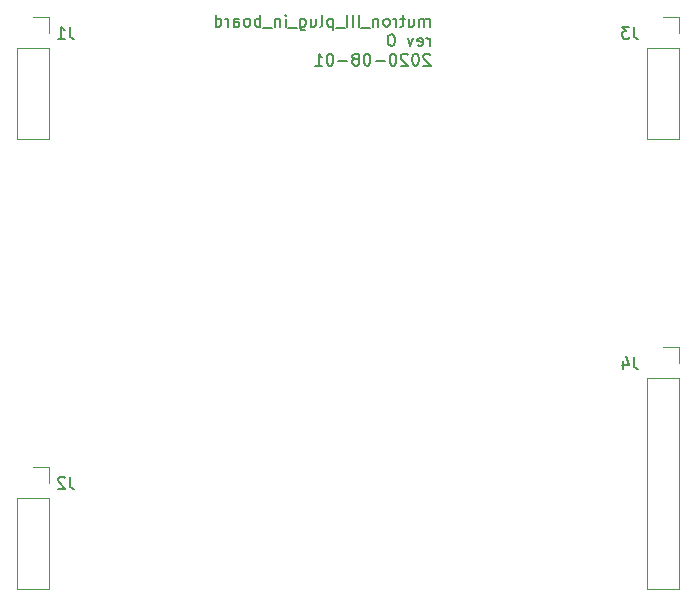
<source format=gbr>
G04 #@! TF.GenerationSoftware,KiCad,Pcbnew,5.1.6-c6e7f7d~87~ubuntu18.04.1*
G04 #@! TF.CreationDate,2020-08-01T20:03:32-04:00*
G04 #@! TF.ProjectId,mutron_III_plug_in_board,6d757472-6f6e-45f4-9949-495f706c7567,rev?*
G04 #@! TF.SameCoordinates,Original*
G04 #@! TF.FileFunction,Legend,Bot*
G04 #@! TF.FilePolarity,Positive*
%FSLAX46Y46*%
G04 Gerber Fmt 4.6, Leading zero omitted, Abs format (unit mm)*
G04 Created by KiCad (PCBNEW 5.1.6-c6e7f7d~87~ubuntu18.04.1) date 2020-08-01 20:03:32*
%MOMM*%
%LPD*%
G01*
G04 APERTURE LIST*
%ADD10C,0.150000*%
%ADD11C,0.120000*%
G04 APERTURE END LIST*
D10*
X137713404Y-52777380D02*
X137713404Y-52110714D01*
X137713404Y-52205952D02*
X137665785Y-52158333D01*
X137570547Y-52110714D01*
X137427690Y-52110714D01*
X137332452Y-52158333D01*
X137284833Y-52253571D01*
X137284833Y-52777380D01*
X137284833Y-52253571D02*
X137237214Y-52158333D01*
X137141976Y-52110714D01*
X136999119Y-52110714D01*
X136903880Y-52158333D01*
X136856261Y-52253571D01*
X136856261Y-52777380D01*
X135951500Y-52110714D02*
X135951500Y-52777380D01*
X136380071Y-52110714D02*
X136380071Y-52634523D01*
X136332452Y-52729761D01*
X136237214Y-52777380D01*
X136094357Y-52777380D01*
X135999119Y-52729761D01*
X135951500Y-52682142D01*
X135618166Y-52110714D02*
X135237214Y-52110714D01*
X135475309Y-51777380D02*
X135475309Y-52634523D01*
X135427690Y-52729761D01*
X135332452Y-52777380D01*
X135237214Y-52777380D01*
X134903880Y-52777380D02*
X134903880Y-52110714D01*
X134903880Y-52301190D02*
X134856261Y-52205952D01*
X134808642Y-52158333D01*
X134713404Y-52110714D01*
X134618166Y-52110714D01*
X134141976Y-52777380D02*
X134237214Y-52729761D01*
X134284833Y-52682142D01*
X134332452Y-52586904D01*
X134332452Y-52301190D01*
X134284833Y-52205952D01*
X134237214Y-52158333D01*
X134141976Y-52110714D01*
X133999119Y-52110714D01*
X133903880Y-52158333D01*
X133856261Y-52205952D01*
X133808642Y-52301190D01*
X133808642Y-52586904D01*
X133856261Y-52682142D01*
X133903880Y-52729761D01*
X133999119Y-52777380D01*
X134141976Y-52777380D01*
X133380071Y-52110714D02*
X133380071Y-52777380D01*
X133380071Y-52205952D02*
X133332452Y-52158333D01*
X133237214Y-52110714D01*
X133094357Y-52110714D01*
X132999119Y-52158333D01*
X132951500Y-52253571D01*
X132951500Y-52777380D01*
X132713404Y-52872619D02*
X131951500Y-52872619D01*
X131713404Y-52777380D02*
X131713404Y-51777380D01*
X131237214Y-52777380D02*
X131237214Y-51777380D01*
X130761023Y-52777380D02*
X130761023Y-51777380D01*
X130522928Y-52872619D02*
X129761023Y-52872619D01*
X129522928Y-52110714D02*
X129522928Y-53110714D01*
X129522928Y-52158333D02*
X129427690Y-52110714D01*
X129237214Y-52110714D01*
X129141976Y-52158333D01*
X129094357Y-52205952D01*
X129046738Y-52301190D01*
X129046738Y-52586904D01*
X129094357Y-52682142D01*
X129141976Y-52729761D01*
X129237214Y-52777380D01*
X129427690Y-52777380D01*
X129522928Y-52729761D01*
X128475309Y-52777380D02*
X128570547Y-52729761D01*
X128618166Y-52634523D01*
X128618166Y-51777380D01*
X127665785Y-52110714D02*
X127665785Y-52777380D01*
X128094357Y-52110714D02*
X128094357Y-52634523D01*
X128046738Y-52729761D01*
X127951500Y-52777380D01*
X127808642Y-52777380D01*
X127713404Y-52729761D01*
X127665785Y-52682142D01*
X126761023Y-52110714D02*
X126761023Y-52920238D01*
X126808642Y-53015476D01*
X126856261Y-53063095D01*
X126951500Y-53110714D01*
X127094357Y-53110714D01*
X127189595Y-53063095D01*
X126761023Y-52729761D02*
X126856261Y-52777380D01*
X127046738Y-52777380D01*
X127141976Y-52729761D01*
X127189595Y-52682142D01*
X127237214Y-52586904D01*
X127237214Y-52301190D01*
X127189595Y-52205952D01*
X127141976Y-52158333D01*
X127046738Y-52110714D01*
X126856261Y-52110714D01*
X126761023Y-52158333D01*
X126522928Y-52872619D02*
X125761023Y-52872619D01*
X125522928Y-52777380D02*
X125522928Y-52110714D01*
X125522928Y-51777380D02*
X125570547Y-51825000D01*
X125522928Y-51872619D01*
X125475309Y-51825000D01*
X125522928Y-51777380D01*
X125522928Y-51872619D01*
X125046738Y-52110714D02*
X125046738Y-52777380D01*
X125046738Y-52205952D02*
X124999119Y-52158333D01*
X124903880Y-52110714D01*
X124761023Y-52110714D01*
X124665785Y-52158333D01*
X124618166Y-52253571D01*
X124618166Y-52777380D01*
X124380071Y-52872619D02*
X123618166Y-52872619D01*
X123380071Y-52777380D02*
X123380071Y-51777380D01*
X123380071Y-52158333D02*
X123284833Y-52110714D01*
X123094357Y-52110714D01*
X122999119Y-52158333D01*
X122951500Y-52205952D01*
X122903880Y-52301190D01*
X122903880Y-52586904D01*
X122951500Y-52682142D01*
X122999119Y-52729761D01*
X123094357Y-52777380D01*
X123284833Y-52777380D01*
X123380071Y-52729761D01*
X122332452Y-52777380D02*
X122427690Y-52729761D01*
X122475309Y-52682142D01*
X122522928Y-52586904D01*
X122522928Y-52301190D01*
X122475309Y-52205952D01*
X122427690Y-52158333D01*
X122332452Y-52110714D01*
X122189595Y-52110714D01*
X122094357Y-52158333D01*
X122046738Y-52205952D01*
X121999119Y-52301190D01*
X121999119Y-52586904D01*
X122046738Y-52682142D01*
X122094357Y-52729761D01*
X122189595Y-52777380D01*
X122332452Y-52777380D01*
X121141976Y-52777380D02*
X121141976Y-52253571D01*
X121189595Y-52158333D01*
X121284833Y-52110714D01*
X121475309Y-52110714D01*
X121570547Y-52158333D01*
X121141976Y-52729761D02*
X121237214Y-52777380D01*
X121475309Y-52777380D01*
X121570547Y-52729761D01*
X121618166Y-52634523D01*
X121618166Y-52539285D01*
X121570547Y-52444047D01*
X121475309Y-52396428D01*
X121237214Y-52396428D01*
X121141976Y-52348809D01*
X120665785Y-52777380D02*
X120665785Y-52110714D01*
X120665785Y-52301190D02*
X120618166Y-52205952D01*
X120570547Y-52158333D01*
X120475309Y-52110714D01*
X120380071Y-52110714D01*
X119618166Y-52777380D02*
X119618166Y-51777380D01*
X119618166Y-52729761D02*
X119713404Y-52777380D01*
X119903880Y-52777380D01*
X119999119Y-52729761D01*
X120046738Y-52682142D01*
X120094357Y-52586904D01*
X120094357Y-52301190D01*
X120046738Y-52205952D01*
X119999119Y-52158333D01*
X119903880Y-52110714D01*
X119713404Y-52110714D01*
X119618166Y-52158333D01*
X137713404Y-54427380D02*
X137713404Y-53760714D01*
X137713404Y-53951190D02*
X137665785Y-53855952D01*
X137618166Y-53808333D01*
X137522928Y-53760714D01*
X137427690Y-53760714D01*
X136713404Y-54379761D02*
X136808642Y-54427380D01*
X136999119Y-54427380D01*
X137094357Y-54379761D01*
X137141976Y-54284523D01*
X137141976Y-53903571D01*
X137094357Y-53808333D01*
X136999119Y-53760714D01*
X136808642Y-53760714D01*
X136713404Y-53808333D01*
X136665785Y-53903571D01*
X136665785Y-53998809D01*
X137141976Y-54094047D01*
X136332452Y-53760714D02*
X136094357Y-54427380D01*
X135856261Y-53760714D01*
X134522928Y-53427380D02*
X134427690Y-53427380D01*
X134332452Y-53475000D01*
X134284833Y-53522619D01*
X134237214Y-53617857D01*
X134189595Y-53808333D01*
X134189595Y-54046428D01*
X134237214Y-54236904D01*
X134284833Y-54332142D01*
X134332452Y-54379761D01*
X134427690Y-54427380D01*
X134522928Y-54427380D01*
X134618166Y-54379761D01*
X134665785Y-54332142D01*
X134713404Y-54236904D01*
X134761023Y-54046428D01*
X134761023Y-53808333D01*
X134713404Y-53617857D01*
X134665785Y-53522619D01*
X134618166Y-53475000D01*
X134522928Y-53427380D01*
X137761023Y-55172619D02*
X137713404Y-55125000D01*
X137618166Y-55077380D01*
X137380071Y-55077380D01*
X137284833Y-55125000D01*
X137237214Y-55172619D01*
X137189595Y-55267857D01*
X137189595Y-55363095D01*
X137237214Y-55505952D01*
X137808642Y-56077380D01*
X137189595Y-56077380D01*
X136570547Y-55077380D02*
X136475309Y-55077380D01*
X136380071Y-55125000D01*
X136332452Y-55172619D01*
X136284833Y-55267857D01*
X136237214Y-55458333D01*
X136237214Y-55696428D01*
X136284833Y-55886904D01*
X136332452Y-55982142D01*
X136380071Y-56029761D01*
X136475309Y-56077380D01*
X136570547Y-56077380D01*
X136665785Y-56029761D01*
X136713404Y-55982142D01*
X136761023Y-55886904D01*
X136808642Y-55696428D01*
X136808642Y-55458333D01*
X136761023Y-55267857D01*
X136713404Y-55172619D01*
X136665785Y-55125000D01*
X136570547Y-55077380D01*
X135856261Y-55172619D02*
X135808642Y-55125000D01*
X135713404Y-55077380D01*
X135475309Y-55077380D01*
X135380071Y-55125000D01*
X135332452Y-55172619D01*
X135284833Y-55267857D01*
X135284833Y-55363095D01*
X135332452Y-55505952D01*
X135903880Y-56077380D01*
X135284833Y-56077380D01*
X134665785Y-55077380D02*
X134570547Y-55077380D01*
X134475309Y-55125000D01*
X134427690Y-55172619D01*
X134380071Y-55267857D01*
X134332452Y-55458333D01*
X134332452Y-55696428D01*
X134380071Y-55886904D01*
X134427690Y-55982142D01*
X134475309Y-56029761D01*
X134570547Y-56077380D01*
X134665785Y-56077380D01*
X134761023Y-56029761D01*
X134808642Y-55982142D01*
X134856261Y-55886904D01*
X134903880Y-55696428D01*
X134903880Y-55458333D01*
X134856261Y-55267857D01*
X134808642Y-55172619D01*
X134761023Y-55125000D01*
X134665785Y-55077380D01*
X133903880Y-55696428D02*
X133141976Y-55696428D01*
X132475309Y-55077380D02*
X132380071Y-55077380D01*
X132284833Y-55125000D01*
X132237214Y-55172619D01*
X132189595Y-55267857D01*
X132141976Y-55458333D01*
X132141976Y-55696428D01*
X132189595Y-55886904D01*
X132237214Y-55982142D01*
X132284833Y-56029761D01*
X132380071Y-56077380D01*
X132475309Y-56077380D01*
X132570547Y-56029761D01*
X132618166Y-55982142D01*
X132665785Y-55886904D01*
X132713404Y-55696428D01*
X132713404Y-55458333D01*
X132665785Y-55267857D01*
X132618166Y-55172619D01*
X132570547Y-55125000D01*
X132475309Y-55077380D01*
X131570547Y-55505952D02*
X131665785Y-55458333D01*
X131713404Y-55410714D01*
X131761023Y-55315476D01*
X131761023Y-55267857D01*
X131713404Y-55172619D01*
X131665785Y-55125000D01*
X131570547Y-55077380D01*
X131380071Y-55077380D01*
X131284833Y-55125000D01*
X131237214Y-55172619D01*
X131189595Y-55267857D01*
X131189595Y-55315476D01*
X131237214Y-55410714D01*
X131284833Y-55458333D01*
X131380071Y-55505952D01*
X131570547Y-55505952D01*
X131665785Y-55553571D01*
X131713404Y-55601190D01*
X131761023Y-55696428D01*
X131761023Y-55886904D01*
X131713404Y-55982142D01*
X131665785Y-56029761D01*
X131570547Y-56077380D01*
X131380071Y-56077380D01*
X131284833Y-56029761D01*
X131237214Y-55982142D01*
X131189595Y-55886904D01*
X131189595Y-55696428D01*
X131237214Y-55601190D01*
X131284833Y-55553571D01*
X131380071Y-55505952D01*
X130761023Y-55696428D02*
X129999119Y-55696428D01*
X129332452Y-55077380D02*
X129237214Y-55077380D01*
X129141976Y-55125000D01*
X129094357Y-55172619D01*
X129046738Y-55267857D01*
X128999119Y-55458333D01*
X128999119Y-55696428D01*
X129046738Y-55886904D01*
X129094357Y-55982142D01*
X129141976Y-56029761D01*
X129237214Y-56077380D01*
X129332452Y-56077380D01*
X129427690Y-56029761D01*
X129475309Y-55982142D01*
X129522928Y-55886904D01*
X129570547Y-55696428D01*
X129570547Y-55458333D01*
X129522928Y-55267857D01*
X129475309Y-55172619D01*
X129427690Y-55125000D01*
X129332452Y-55077380D01*
X128046738Y-56077380D02*
X128618166Y-56077380D01*
X128332452Y-56077380D02*
X128332452Y-55077380D01*
X128427690Y-55220238D01*
X128522928Y-55315476D01*
X128618166Y-55363095D01*
D11*
X158810000Y-100390000D02*
X156150000Y-100390000D01*
X158810000Y-82550000D02*
X158810000Y-100390000D01*
X156150000Y-82550000D02*
X156150000Y-100390000D01*
X158810000Y-82550000D02*
X156150000Y-82550000D01*
X158810000Y-81280000D02*
X158810000Y-79950000D01*
X158810000Y-79950000D02*
X157480000Y-79950000D01*
X158810000Y-62290000D02*
X156150000Y-62290000D01*
X158810000Y-54610000D02*
X158810000Y-62290000D01*
X156150000Y-54610000D02*
X156150000Y-62290000D01*
X158810000Y-54610000D02*
X156150000Y-54610000D01*
X158810000Y-53340000D02*
X158810000Y-52010000D01*
X158810000Y-52010000D02*
X157480000Y-52010000D01*
X105470000Y-62290000D02*
X102810000Y-62290000D01*
X105470000Y-54610000D02*
X105470000Y-62290000D01*
X102810000Y-54610000D02*
X102810000Y-62290000D01*
X105470000Y-54610000D02*
X102810000Y-54610000D01*
X105470000Y-53340000D02*
X105470000Y-52010000D01*
X105470000Y-52010000D02*
X104140000Y-52010000D01*
X105470000Y-100390000D02*
X102810000Y-100390000D01*
X105470000Y-92710000D02*
X105470000Y-100390000D01*
X102810000Y-92710000D02*
X102810000Y-100390000D01*
X105470000Y-92710000D02*
X102810000Y-92710000D01*
X105470000Y-91440000D02*
X105470000Y-90110000D01*
X105470000Y-90110000D02*
X104140000Y-90110000D01*
D10*
X155019333Y-80732380D02*
X155019333Y-81446666D01*
X155066952Y-81589523D01*
X155162190Y-81684761D01*
X155305047Y-81732380D01*
X155400285Y-81732380D01*
X154114571Y-81065714D02*
X154114571Y-81732380D01*
X154352666Y-80684761D02*
X154590761Y-81399047D01*
X153971714Y-81399047D01*
X155019333Y-52792380D02*
X155019333Y-53506666D01*
X155066952Y-53649523D01*
X155162190Y-53744761D01*
X155305047Y-53792380D01*
X155400285Y-53792380D01*
X154638380Y-52792380D02*
X154019333Y-52792380D01*
X154352666Y-53173333D01*
X154209809Y-53173333D01*
X154114571Y-53220952D01*
X154066952Y-53268571D01*
X154019333Y-53363809D01*
X154019333Y-53601904D01*
X154066952Y-53697142D01*
X154114571Y-53744761D01*
X154209809Y-53792380D01*
X154495523Y-53792380D01*
X154590761Y-53744761D01*
X154638380Y-53697142D01*
X107267333Y-52792380D02*
X107267333Y-53506666D01*
X107314952Y-53649523D01*
X107410190Y-53744761D01*
X107553047Y-53792380D01*
X107648285Y-53792380D01*
X106267333Y-53792380D02*
X106838761Y-53792380D01*
X106553047Y-53792380D02*
X106553047Y-52792380D01*
X106648285Y-52935238D01*
X106743523Y-53030476D01*
X106838761Y-53078095D01*
X107267333Y-90892380D02*
X107267333Y-91606666D01*
X107314952Y-91749523D01*
X107410190Y-91844761D01*
X107553047Y-91892380D01*
X107648285Y-91892380D01*
X106838761Y-90987619D02*
X106791142Y-90940000D01*
X106695904Y-90892380D01*
X106457809Y-90892380D01*
X106362571Y-90940000D01*
X106314952Y-90987619D01*
X106267333Y-91082857D01*
X106267333Y-91178095D01*
X106314952Y-91320952D01*
X106886380Y-91892380D01*
X106267333Y-91892380D01*
M02*

</source>
